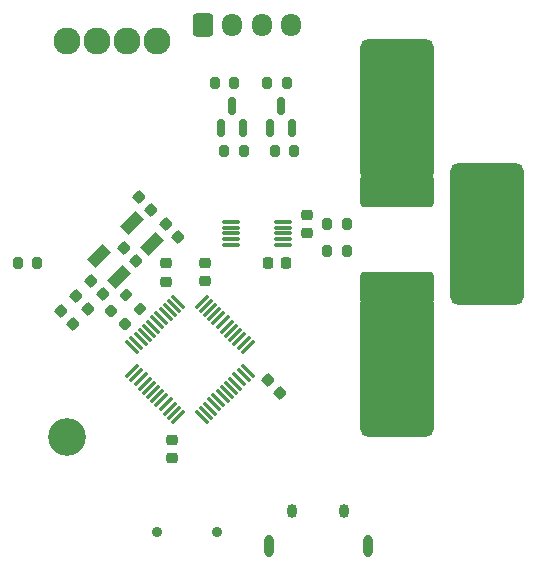
<source format=gbr>
%TF.GenerationSoftware,KiCad,Pcbnew,8.0.8-8.0.8-0~ubuntu24.04.1*%
%TF.CreationDate,2025-02-11T11:04:45-03:00*%
%TF.ProjectId,pm100,706d3130-302e-46b6-9963-61645f706362,rev?*%
%TF.SameCoordinates,Original*%
%TF.FileFunction,Soldermask,Top*%
%TF.FilePolarity,Negative*%
%FSLAX46Y46*%
G04 Gerber Fmt 4.6, Leading zero omitted, Abs format (unit mm)*
G04 Created by KiCad (PCBNEW 8.0.8-8.0.8-0~ubuntu24.04.1) date 2025-02-11 11:04:45*
%MOMM*%
%LPD*%
G01*
G04 APERTURE LIST*
G04 Aperture macros list*
%AMRoundRect*
0 Rectangle with rounded corners*
0 $1 Rounding radius*
0 $2 $3 $4 $5 $6 $7 $8 $9 X,Y pos of 4 corners*
0 Add a 4 corners polygon primitive as box body*
4,1,4,$2,$3,$4,$5,$6,$7,$8,$9,$2,$3,0*
0 Add four circle primitives for the rounded corners*
1,1,$1+$1,$2,$3*
1,1,$1+$1,$4,$5*
1,1,$1+$1,$6,$7*
1,1,$1+$1,$8,$9*
0 Add four rect primitives between the rounded corners*
20,1,$1+$1,$2,$3,$4,$5,0*
20,1,$1+$1,$4,$5,$6,$7,0*
20,1,$1+$1,$6,$7,$8,$9,0*
20,1,$1+$1,$8,$9,$2,$3,0*%
%AMRotRect*
0 Rectangle, with rotation*
0 The origin of the aperture is its center*
0 $1 length*
0 $2 width*
0 $3 Rotation angle, in degrees counterclockwise*
0 Add horizontal line*
21,1,$1,$2,0,0,$3*%
G04 Aperture macros list end*
%ADD10RoundRect,0.150000X0.150000X-0.587500X0.150000X0.587500X-0.150000X0.587500X-0.150000X-0.587500X0*%
%ADD11RoundRect,0.270000X2.830000X1.080000X-2.830000X1.080000X-2.830000X-1.080000X2.830000X-1.080000X0*%
%ADD12RoundRect,0.225000X0.335876X0.017678X0.017678X0.335876X-0.335876X-0.017678X-0.017678X-0.335876X0*%
%ADD13RoundRect,0.225000X-0.335876X-0.017678X-0.017678X-0.335876X0.335876X0.017678X0.017678X0.335876X0*%
%ADD14RoundRect,0.225000X0.250000X-0.225000X0.250000X0.225000X-0.250000X0.225000X-0.250000X-0.225000X0*%
%ADD15RoundRect,0.200000X0.200000X0.275000X-0.200000X0.275000X-0.200000X-0.275000X0.200000X-0.275000X0*%
%ADD16RoundRect,0.620000X2.480000X5.380000X-2.480000X5.380000X-2.480000X-5.380000X2.480000X-5.380000X0*%
%ADD17RoundRect,0.075000X-0.521491X0.415425X0.415425X-0.521491X0.521491X-0.415425X-0.415425X0.521491X0*%
%ADD18RoundRect,0.075000X-0.521491X-0.415425X-0.415425X-0.521491X0.521491X0.415425X0.415425X0.521491X0*%
%ADD19RoundRect,0.075000X-0.650000X-0.075000X0.650000X-0.075000X0.650000X0.075000X-0.650000X0.075000X0*%
%ADD20RoundRect,0.225000X-0.250000X0.225000X-0.250000X-0.225000X0.250000X-0.225000X0.250000X0.225000X0*%
%ADD21C,2.286000*%
%ADD22RotRect,1.000000X1.800000X315.000000*%
%ADD23RoundRect,0.218750X-0.335876X-0.026517X-0.026517X-0.335876X0.335876X0.026517X0.026517X0.335876X0*%
%ADD24RoundRect,0.200000X-0.335876X-0.053033X-0.053033X-0.335876X0.335876X0.053033X0.053033X0.335876X0*%
%ADD25RotRect,1.000000X1.800000X135.000000*%
%ADD26C,3.200000*%
%ADD27RoundRect,0.225000X-0.225000X-0.250000X0.225000X-0.250000X0.225000X0.250000X-0.225000X0.250000X0*%
%ADD28C,0.900000*%
%ADD29RoundRect,0.250000X-0.600000X-0.725000X0.600000X-0.725000X0.600000X0.725000X-0.600000X0.725000X0*%
%ADD30O,1.700000X1.950000*%
%ADD31O,0.800000X1.900000*%
%ADD32O,0.900000X1.150000*%
G04 APERTURE END LIST*
D10*
%TO.C,Q8*%
X150500000Y-58390000D03*
X152400000Y-58390000D03*
X151450000Y-56514999D03*
%TD*%
D11*
%TO.C,R1*%
X161290000Y-71918000D03*
X161290000Y-63718000D03*
%TD*%
D12*
%TO.C,C20*%
X136438008Y-72430008D03*
X135341992Y-71333992D03*
%TD*%
D13*
%TO.C,C15*%
X134071992Y-72603992D03*
X135168008Y-73700008D03*
%TD*%
D10*
%TO.C,Q7*%
X146370000Y-58390001D03*
X148270000Y-58390001D03*
X147320000Y-56515000D03*
%TD*%
D14*
%TO.C,C14*%
X142240000Y-86360000D03*
X142240000Y-84810000D03*
%TD*%
D13*
%TO.C,C17*%
X132801992Y-73873992D03*
X133898008Y-74970008D03*
%TD*%
D15*
%TO.C,R24*%
X157035000Y-68834000D03*
X155385000Y-68834000D03*
%TD*%
%TO.C,R25*%
X157035000Y-66548000D03*
X155385000Y-66548000D03*
%TD*%
D16*
%TO.C,J4*%
X168910000Y-67410000D03*
%TD*%
D17*
%TO.C,U2*%
X142765212Y-73090124D03*
X142411658Y-73443678D03*
X142058105Y-73797231D03*
X141704551Y-74150785D03*
X141350998Y-74504338D03*
X140997445Y-74857891D03*
X140643891Y-75211445D03*
X140290338Y-75564998D03*
X139936785Y-75918551D03*
X139583231Y-76272105D03*
X139229678Y-76625658D03*
X138876124Y-76979212D03*
D18*
X138876124Y-78976788D03*
X139229678Y-79330342D03*
X139583231Y-79683895D03*
X139936785Y-80037449D03*
X140290338Y-80391002D03*
X140643891Y-80744555D03*
X140997445Y-81098109D03*
X141350998Y-81451662D03*
X141704551Y-81805215D03*
X142058105Y-82158769D03*
X142411658Y-82512322D03*
X142765212Y-82865876D03*
D17*
X144762788Y-82865876D03*
X145116342Y-82512322D03*
X145469895Y-82158769D03*
X145823449Y-81805215D03*
X146177002Y-81451662D03*
X146530555Y-81098109D03*
X146884109Y-80744555D03*
X147237662Y-80391002D03*
X147591215Y-80037449D03*
X147944769Y-79683895D03*
X148298322Y-79330342D03*
X148651876Y-78976788D03*
D18*
X148651876Y-76979212D03*
X148298322Y-76625658D03*
X147944769Y-76272105D03*
X147591215Y-75918551D03*
X147237662Y-75564998D03*
X146884109Y-75211445D03*
X146530555Y-74857891D03*
X146177002Y-74504338D03*
X145823449Y-74150785D03*
X145469895Y-73797231D03*
X145116342Y-73443678D03*
X144762788Y-73090124D03*
%TD*%
D19*
%TO.C,U8*%
X147238000Y-66326000D03*
X147238000Y-66826000D03*
X147238000Y-67326000D03*
X147238000Y-67826000D03*
X147238000Y-68326000D03*
X151638000Y-68326000D03*
X151638000Y-67826000D03*
X151638000Y-67326000D03*
X151638000Y-66826000D03*
X151638000Y-66326000D03*
%TD*%
D16*
%TO.C,J1*%
X161290000Y-78586000D03*
%TD*%
D20*
%TO.C,C13*%
X145034000Y-69837000D03*
X145034000Y-71387000D03*
%TD*%
%TO.C,C12*%
X141732000Y-69850000D03*
X141732000Y-71400000D03*
%TD*%
D13*
%TO.C,C22*%
X139405992Y-64221992D03*
X140502008Y-65318008D03*
%TD*%
D21*
%TO.C,J11*%
X133350000Y-51000000D03*
X135890000Y-51000000D03*
X138430000Y-51000000D03*
X140970000Y-51000000D03*
%TD*%
D15*
%TO.C,R11*%
X151955000Y-54610000D03*
X150305000Y-54610000D03*
%TD*%
D20*
%TO.C,C2*%
X153670000Y-65773000D03*
X153670000Y-67323000D03*
%TD*%
D22*
%TO.C,Y1*%
X140583883Y-68193883D03*
X138816117Y-66426117D03*
%TD*%
D13*
%TO.C,C21*%
X141691992Y-66507992D03*
X142788008Y-67604008D03*
%TD*%
D23*
%TO.C,L1*%
X137111153Y-73865153D03*
X138224847Y-74978847D03*
%TD*%
D16*
%TO.C,J2*%
X161290000Y-56896000D03*
%TD*%
D12*
%TO.C,C19*%
X139232008Y-69636008D03*
X138135992Y-68539992D03*
%TD*%
D24*
%TO.C,R27*%
X138354637Y-72568637D03*
X139521363Y-73735363D03*
%TD*%
D15*
%TO.C,R12*%
X130810000Y-69850000D03*
X129160000Y-69850000D03*
%TD*%
D25*
%TO.C,Y2*%
X136022117Y-69220117D03*
X137789883Y-70987883D03*
%TD*%
D26*
%TO.C,H1*%
X133350000Y-84582000D03*
%TD*%
D15*
%TO.C,R9*%
X148335000Y-60325000D03*
X146685000Y-60325000D03*
%TD*%
%TO.C,R8*%
X147510000Y-54610000D03*
X145860000Y-54610000D03*
%TD*%
%TO.C,R10*%
X152590000Y-60325000D03*
X150940000Y-60325000D03*
%TD*%
D12*
%TO.C,C18*%
X151424008Y-80812008D03*
X150327992Y-79715992D03*
%TD*%
D27*
%TO.C,C1*%
X150355000Y-69850000D03*
X151905000Y-69850000D03*
%TD*%
D28*
%TO.C,SW1*%
X146010000Y-92565000D03*
X141010000Y-92565000D03*
%TD*%
D29*
%TO.C,J5*%
X144850000Y-49650000D03*
D30*
X147350000Y-49650000D03*
X149850000Y-49650000D03*
X152350000Y-49650000D03*
%TD*%
D31*
%TO.C,J3*%
X158795000Y-93800000D03*
D32*
X156845000Y-90800000D03*
X152395000Y-90800000D03*
D31*
X150445000Y-93800000D03*
%TD*%
M02*

</source>
